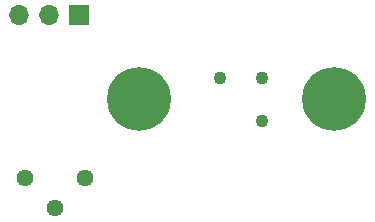
<source format=gbr>
G04 #@! TF.GenerationSoftware,KiCad,Pcbnew,(2017-06-12 revision 19d5cc754)-master*
G04 #@! TF.CreationDate,2018-06-07T02:47:23+02:00*
G04 #@! TF.ProjectId,nestbox,6E657374626F782E6B696361645F7063,rev?*
G04 #@! TF.FileFunction,Soldermask,Bot*
G04 #@! TF.FilePolarity,Negative*
%FSLAX46Y46*%
G04 Gerber Fmt 4.6, Leading zero omitted, Abs format (unit mm)*
G04 Created by KiCad (PCBNEW (2017-06-12 revision 19d5cc754)-master) date 2018 June 07, Thursday 02:47:23*
%MOMM*%
%LPD*%
G01*
G04 APERTURE LIST*
%ADD10C,0.100000*%
%ADD11C,5.400000*%
%ADD12C,1.100000*%
%ADD13R,1.700000X1.700000*%
%ADD14O,1.700000X1.700000*%
%ADD15C,1.440000*%
G04 APERTURE END LIST*
D10*
D11*
X166500000Y-100000000D03*
D12*
X156826950Y-98203950D03*
X160419050Y-98203950D03*
X160419050Y-101796050D03*
D11*
X150000000Y-100000000D03*
D13*
X144907000Y-92837000D03*
D14*
X142367000Y-92837000D03*
X139827000Y-92837000D03*
D15*
X142875000Y-109220000D03*
X145415000Y-106680000D03*
X140335000Y-106680000D03*
M02*

</source>
